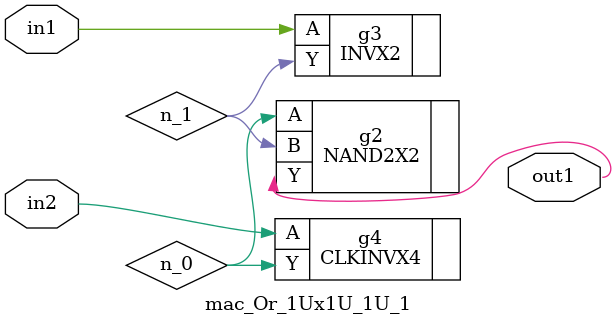
<source format=v>
`timescale 1ps / 1ps


module mac_Or_1Ux1U_1U_1(in2, in1, out1);
  input in2, in1;
  output out1;
  wire in2, in1;
  wire out1;
  wire n_0, n_1;
  NAND2X2 g2(.A (n_0), .B (n_1), .Y (out1));
  INVX2 g3(.A (in1), .Y (n_1));
  CLKINVX4 g4(.A (in2), .Y (n_0));
endmodule



</source>
